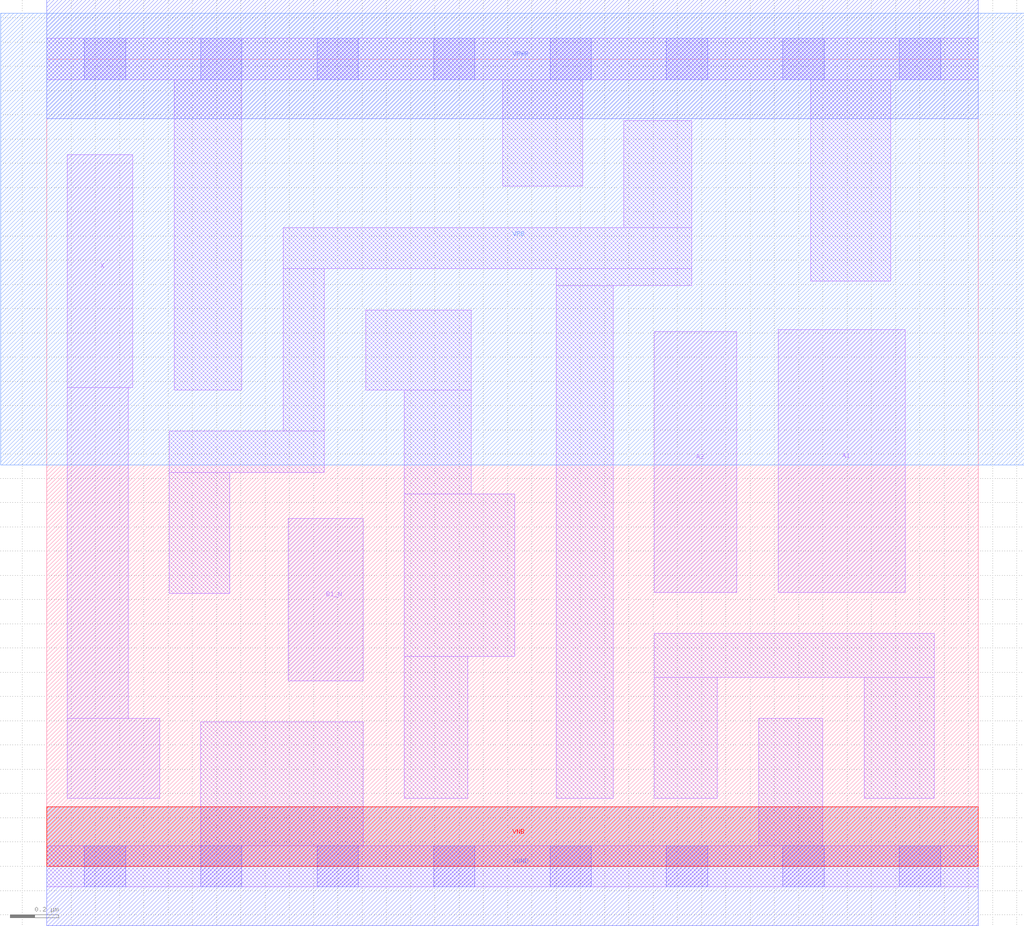
<source format=lef>
# Copyright 2020 The SkyWater PDK Authors
#
# Licensed under the Apache License, Version 2.0 (the "License");
# you may not use this file except in compliance with the License.
# You may obtain a copy of the License at
#
#     https://www.apache.org/licenses/LICENSE-2.0
#
# Unless required by applicable law or agreed to in writing, software
# distributed under the License is distributed on an "AS IS" BASIS,
# WITHOUT WARRANTIES OR CONDITIONS OF ANY KIND, either express or implied.
# See the License for the specific language governing permissions and
# limitations under the License.
#
# SPDX-License-Identifier: Apache-2.0

VERSION 5.7 ;
  NOWIREEXTENSIONATPIN ON ;
  DIVIDERCHAR "/" ;
  BUSBITCHARS "[]" ;
MACRO sky130_fd_sc_lp__o21ba_0
  CLASS CORE ;
  FOREIGN sky130_fd_sc_lp__o21ba_0 ;
  ORIGIN  0.000000  0.000000 ;
  SIZE  3.840000 BY  3.330000 ;
  SYMMETRY X Y R90 ;
  SITE unit ;
  PIN A1
    ANTENNAGATEAREA  0.159000 ;
    DIRECTION INPUT ;
    USE SIGNAL ;
    PORT
      LAYER li1 ;
        RECT 3.015000 1.130000 3.540000 2.215000 ;
    END
  END A1
  PIN A2
    ANTENNAGATEAREA  0.159000 ;
    DIRECTION INPUT ;
    USE SIGNAL ;
    PORT
      LAYER li1 ;
        RECT 2.505000 1.130000 2.845000 2.205000 ;
    END
  END A2
  PIN B1_N
    ANTENNAGATEAREA  0.126000 ;
    DIRECTION INPUT ;
    USE SIGNAL ;
    PORT
      LAYER li1 ;
        RECT 0.995000 0.765000 1.305000 1.435000 ;
    END
  END B1_N
  PIN X
    ANTENNADIFFAREA  0.280900 ;
    DIRECTION OUTPUT ;
    USE SIGNAL ;
    PORT
      LAYER li1 ;
        RECT 0.085000 0.280000 0.465000 0.610000 ;
        RECT 0.085000 0.610000 0.335000 1.975000 ;
        RECT 0.085000 1.975000 0.355000 2.935000 ;
    END
  END X
  PIN VGND
    DIRECTION INOUT ;
    USE GROUND ;
    PORT
      LAYER met1 ;
        RECT 0.000000 -0.245000 3.840000 0.245000 ;
    END
  END VGND
  PIN VNB
    DIRECTION INOUT ;
    USE GROUND ;
    PORT
      LAYER pwell ;
        RECT 0.000000 0.000000 3.840000 0.245000 ;
    END
  END VNB
  PIN VPB
    DIRECTION INOUT ;
    USE POWER ;
    PORT
      LAYER nwell ;
        RECT -0.190000 1.655000 4.030000 3.520000 ;
    END
  END VPB
  PIN VPWR
    DIRECTION INOUT ;
    USE POWER ;
    PORT
      LAYER met1 ;
        RECT 0.000000 3.085000 3.840000 3.575000 ;
    END
  END VPWR
  OBS
    LAYER li1 ;
      RECT 0.000000 -0.085000 3.840000 0.085000 ;
      RECT 0.000000  3.245000 3.840000 3.415000 ;
      RECT 0.505000  1.125000 0.755000 1.625000 ;
      RECT 0.505000  1.625000 1.145000 1.795000 ;
      RECT 0.525000  1.965000 0.805000 3.245000 ;
      RECT 0.635000  0.085000 1.305000 0.595000 ;
      RECT 0.975000  1.795000 1.145000 2.465000 ;
      RECT 0.975000  2.465000 2.660000 2.635000 ;
      RECT 1.315000  1.965000 1.750000 2.295000 ;
      RECT 1.475000  0.280000 1.735000 0.865000 ;
      RECT 1.475000  0.865000 1.930000 1.535000 ;
      RECT 1.475000  1.535000 1.750000 1.965000 ;
      RECT 1.880000  2.805000 2.210000 3.245000 ;
      RECT 2.100000  0.280000 2.335000 2.395000 ;
      RECT 2.100000  2.395000 2.660000 2.465000 ;
      RECT 2.380000  2.635000 2.660000 3.075000 ;
      RECT 2.505000  0.280000 2.765000 0.780000 ;
      RECT 2.505000  0.780000 3.660000 0.960000 ;
      RECT 2.935000  0.085000 3.200000 0.610000 ;
      RECT 3.150000  2.415000 3.480000 3.245000 ;
      RECT 3.370000  0.280000 3.660000 0.780000 ;
    LAYER mcon ;
      RECT 0.155000 -0.085000 0.325000 0.085000 ;
      RECT 0.155000  3.245000 0.325000 3.415000 ;
      RECT 0.635000 -0.085000 0.805000 0.085000 ;
      RECT 0.635000  3.245000 0.805000 3.415000 ;
      RECT 1.115000 -0.085000 1.285000 0.085000 ;
      RECT 1.115000  3.245000 1.285000 3.415000 ;
      RECT 1.595000 -0.085000 1.765000 0.085000 ;
      RECT 1.595000  3.245000 1.765000 3.415000 ;
      RECT 2.075000 -0.085000 2.245000 0.085000 ;
      RECT 2.075000  3.245000 2.245000 3.415000 ;
      RECT 2.555000 -0.085000 2.725000 0.085000 ;
      RECT 2.555000  3.245000 2.725000 3.415000 ;
      RECT 3.035000 -0.085000 3.205000 0.085000 ;
      RECT 3.035000  3.245000 3.205000 3.415000 ;
      RECT 3.515000 -0.085000 3.685000 0.085000 ;
      RECT 3.515000  3.245000 3.685000 3.415000 ;
  END
END sky130_fd_sc_lp__o21ba_0
END LIBRARY

</source>
